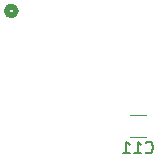
<source format=gbr>
%TF.GenerationSoftware,KiCad,Pcbnew,8.0.2*%
%TF.CreationDate,2024-04-30T14:50:30+02:00*%
%TF.ProjectId,Bachelor Shield,42616368-656c-46f7-9220-536869656c64,1.0*%
%TF.SameCoordinates,Original*%
%TF.FileFunction,Legend,Bot*%
%TF.FilePolarity,Positive*%
%FSLAX46Y46*%
G04 Gerber Fmt 4.6, Leading zero omitted, Abs format (unit mm)*
G04 Created by KiCad (PCBNEW 8.0.2) date 2024-04-30 14:50:30*
%MOMM*%
%LPD*%
G01*
G04 APERTURE LIST*
%ADD10C,0.150000*%
%ADD11C,0.508000*%
%ADD12C,0.120000*%
G04 APERTURE END LIST*
D10*
X114330357Y-89959580D02*
X114377976Y-90007200D01*
X114377976Y-90007200D02*
X114520833Y-90054819D01*
X114520833Y-90054819D02*
X114616071Y-90054819D01*
X114616071Y-90054819D02*
X114758928Y-90007200D01*
X114758928Y-90007200D02*
X114854166Y-89911961D01*
X114854166Y-89911961D02*
X114901785Y-89816723D01*
X114901785Y-89816723D02*
X114949404Y-89626247D01*
X114949404Y-89626247D02*
X114949404Y-89483390D01*
X114949404Y-89483390D02*
X114901785Y-89292914D01*
X114901785Y-89292914D02*
X114854166Y-89197676D01*
X114854166Y-89197676D02*
X114758928Y-89102438D01*
X114758928Y-89102438D02*
X114616071Y-89054819D01*
X114616071Y-89054819D02*
X114520833Y-89054819D01*
X114520833Y-89054819D02*
X114377976Y-89102438D01*
X114377976Y-89102438D02*
X114330357Y-89150057D01*
X113377976Y-90054819D02*
X113949404Y-90054819D01*
X113663690Y-90054819D02*
X113663690Y-89054819D01*
X113663690Y-89054819D02*
X113758928Y-89197676D01*
X113758928Y-89197676D02*
X113854166Y-89292914D01*
X113854166Y-89292914D02*
X113949404Y-89340533D01*
X112425595Y-90054819D02*
X112997023Y-90054819D01*
X112711309Y-90054819D02*
X112711309Y-89054819D01*
X112711309Y-89054819D02*
X112806547Y-89197676D01*
X112806547Y-89197676D02*
X112901785Y-89292914D01*
X112901785Y-89292914D02*
X112997023Y-89340533D01*
D11*
%TO.C,J1*%
X103335800Y-78000000D02*
G75*
G02*
X102573800Y-78000000I-381000J0D01*
G01*
X102573800Y-78000000D02*
G75*
G02*
X103335800Y-78000000I381000J0D01*
G01*
D12*
%TO.C,C11*%
X114398752Y-86840000D02*
X112976248Y-86840000D01*
X114398752Y-88660000D02*
X112976248Y-88660000D01*
%TD*%
M02*

</source>
